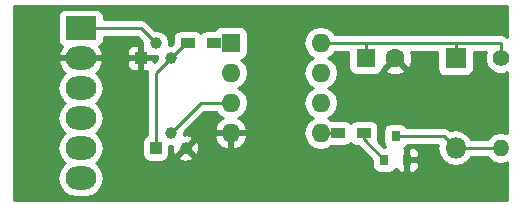
<source format=gbr>
G04 #@! TF.FileFunction,Copper,L1,Top,Signal*
%FSLAX46Y46*%
G04 Gerber Fmt 4.6, Leading zero omitted, Abs format (unit mm)*
G04 Created by KiCad (PCBNEW 4.0.7) date 11/14/17 16:47:31*
%MOMM*%
%LPD*%
G01*
G04 APERTURE LIST*
%ADD10C,0.100000*%
%ADD11R,1.600000X1.600000*%
%ADD12C,1.600000*%
%ADD13R,1.800000X1.800000*%
%ADD14O,1.800000X1.800000*%
%ADD15C,1.400000*%
%ADD16O,1.400000X1.400000*%
%ADD17R,0.800000X0.900000*%
%ADD18O,1.600000X1.600000*%
%ADD19R,1.200000X0.900000*%
%ADD20C,1.000000*%
%ADD21R,1.000000X1.000000*%
%ADD22R,2.600000X2.000000*%
%ADD23O,2.600000X2.000000*%
%ADD24C,0.250000*%
%ADD25C,0.254000*%
G04 APERTURE END LIST*
D10*
D11*
X157480000Y-91440000D03*
D12*
X159980000Y-91440000D03*
D13*
X165100000Y-91440000D03*
D14*
X165100000Y-99060000D03*
D15*
X168910000Y-91440000D03*
D16*
X168910000Y-99060000D03*
D17*
X159070000Y-100060000D03*
X160970000Y-100060000D03*
X160020000Y-98060000D03*
D11*
X146050000Y-90170000D03*
D18*
X153670000Y-97790000D03*
X146050000Y-92710000D03*
X153670000Y-95250000D03*
X146050000Y-95250000D03*
X153670000Y-92710000D03*
X146050000Y-97790000D03*
X153670000Y-90170000D03*
D19*
X157310000Y-97790000D03*
X155110000Y-97790000D03*
D20*
X140970000Y-97790000D03*
X142240000Y-99060000D03*
D21*
X139700000Y-99060000D03*
D20*
X139700000Y-90170000D03*
X140970000Y-91440000D03*
D21*
X138430000Y-91440000D03*
D19*
X144610000Y-90170000D03*
X142410000Y-90170000D03*
D22*
X133350000Y-88900000D03*
D23*
X133350000Y-91440000D03*
X133350000Y-93980000D03*
X133350000Y-96520000D03*
X133350000Y-99060000D03*
X133350000Y-101600000D03*
D24*
X140970000Y-91440000D02*
X139700000Y-92710000D01*
X139700000Y-92710000D02*
X139700000Y-99060000D01*
X142410000Y-90170000D02*
X142240000Y-90170000D01*
X142240000Y-90170000D02*
X140970000Y-91440000D01*
X165100000Y-90170000D02*
X168910000Y-90170000D01*
X168910000Y-90170000D02*
X168910000Y-91440000D01*
X157480000Y-90170000D02*
X165100000Y-90170000D01*
X165100000Y-90170000D02*
X165100000Y-91440000D01*
X153670000Y-90170000D02*
X157480000Y-90170000D01*
X157480000Y-90170000D02*
X157480000Y-91440000D01*
X165100000Y-99060000D02*
X168910000Y-99060000D01*
X160020000Y-98060000D02*
X164100000Y-98060000D01*
X164100000Y-98060000D02*
X165100000Y-99060000D01*
X157310000Y-97790000D02*
X157310000Y-98300000D01*
X157310000Y-98300000D02*
X159070000Y-100060000D01*
X139700000Y-90170000D02*
X138430000Y-88900000D01*
X138430000Y-88900000D02*
X133350000Y-88900000D01*
X146050000Y-95250000D02*
X143510000Y-95250000D01*
X143510000Y-95250000D02*
X140970000Y-97790000D01*
X153670000Y-97790000D02*
X155110000Y-97790000D01*
D25*
G36*
X169470000Y-89666421D02*
X169447401Y-89632599D01*
X169200839Y-89467852D01*
X168910000Y-89410000D01*
X154882995Y-89410000D01*
X154712811Y-89155302D01*
X154247264Y-88844233D01*
X153698113Y-88735000D01*
X153641887Y-88735000D01*
X153092736Y-88844233D01*
X152627189Y-89155302D01*
X152316120Y-89620849D01*
X152206887Y-90170000D01*
X152316120Y-90719151D01*
X152627189Y-91184698D01*
X153009275Y-91440000D01*
X152627189Y-91695302D01*
X152316120Y-92160849D01*
X152206887Y-92710000D01*
X152316120Y-93259151D01*
X152627189Y-93724698D01*
X153009275Y-93980000D01*
X152627189Y-94235302D01*
X152316120Y-94700849D01*
X152206887Y-95250000D01*
X152316120Y-95799151D01*
X152627189Y-96264698D01*
X153009275Y-96520000D01*
X152627189Y-96775302D01*
X152316120Y-97240849D01*
X152206887Y-97790000D01*
X152316120Y-98339151D01*
X152627189Y-98804698D01*
X153092736Y-99115767D01*
X153641887Y-99225000D01*
X153698113Y-99225000D01*
X154247264Y-99115767D01*
X154588979Y-98887440D01*
X155710000Y-98887440D01*
X155945317Y-98843162D01*
X156161441Y-98704090D01*
X156209134Y-98634289D01*
X156245910Y-98691441D01*
X156458110Y-98836431D01*
X156710000Y-98887440D01*
X156822638Y-98887440D01*
X158022560Y-100087362D01*
X158022560Y-100510000D01*
X158066838Y-100745317D01*
X158205910Y-100961441D01*
X158418110Y-101106431D01*
X158670000Y-101157440D01*
X159470000Y-101157440D01*
X159705317Y-101113162D01*
X159921441Y-100974090D01*
X160016990Y-100834250D01*
X160031673Y-100869698D01*
X160210301Y-101048327D01*
X160443690Y-101145000D01*
X160684250Y-101145000D01*
X160843000Y-100986250D01*
X160843000Y-100187000D01*
X161097000Y-100187000D01*
X161097000Y-100986250D01*
X161255750Y-101145000D01*
X161496310Y-101145000D01*
X161729699Y-101048327D01*
X161908327Y-100869698D01*
X162005000Y-100636309D01*
X162005000Y-100345750D01*
X161846250Y-100187000D01*
X161097000Y-100187000D01*
X160843000Y-100187000D01*
X160823000Y-100187000D01*
X160823000Y-99933000D01*
X160843000Y-99933000D01*
X160843000Y-99133750D01*
X161097000Y-99133750D01*
X161097000Y-99933000D01*
X161846250Y-99933000D01*
X162005000Y-99774250D01*
X162005000Y-99483691D01*
X161908327Y-99250302D01*
X161729699Y-99071673D01*
X161496310Y-98975000D01*
X161255750Y-98975000D01*
X161097000Y-99133750D01*
X160843000Y-99133750D01*
X160756988Y-99047738D01*
X160871441Y-98974090D01*
X160976726Y-98820000D01*
X163606757Y-98820000D01*
X163565000Y-99029928D01*
X163565000Y-99090072D01*
X163681845Y-99677491D01*
X164014591Y-100175481D01*
X164512581Y-100508227D01*
X165100000Y-100625072D01*
X165687419Y-100508227D01*
X166185409Y-100175481D01*
X166422934Y-99820000D01*
X167825600Y-99820000D01*
X167966012Y-100030142D01*
X168399118Y-100319533D01*
X168910000Y-100421154D01*
X169420882Y-100319533D01*
X169470000Y-100286714D01*
X169470000Y-103430000D01*
X127710000Y-103430000D01*
X127710000Y-93980000D01*
X131377091Y-93980000D01*
X131501548Y-94605687D01*
X131855971Y-95136120D01*
X132026405Y-95250000D01*
X131855971Y-95363880D01*
X131501548Y-95894313D01*
X131377091Y-96520000D01*
X131501548Y-97145687D01*
X131855971Y-97676120D01*
X132026405Y-97790000D01*
X131855971Y-97903880D01*
X131501548Y-98434313D01*
X131377091Y-99060000D01*
X131501548Y-99685687D01*
X131855971Y-100216120D01*
X132026405Y-100330000D01*
X131855971Y-100443880D01*
X131501548Y-100974313D01*
X131377091Y-101600000D01*
X131501548Y-102225687D01*
X131855971Y-102756120D01*
X132386404Y-103110543D01*
X133012091Y-103235000D01*
X133687909Y-103235000D01*
X134313596Y-103110543D01*
X134844029Y-102756120D01*
X135198452Y-102225687D01*
X135322909Y-101600000D01*
X135198452Y-100974313D01*
X134844029Y-100443880D01*
X134673595Y-100330000D01*
X134844029Y-100216120D01*
X135198452Y-99685687D01*
X135322909Y-99060000D01*
X135198452Y-98434313D01*
X134844029Y-97903880D01*
X134673595Y-97790000D01*
X134844029Y-97676120D01*
X135198452Y-97145687D01*
X135322909Y-96520000D01*
X135198452Y-95894313D01*
X134844029Y-95363880D01*
X134673595Y-95250000D01*
X134844029Y-95136120D01*
X135198452Y-94605687D01*
X135322909Y-93980000D01*
X135198452Y-93354313D01*
X134844029Y-92823880D01*
X134653812Y-92696781D01*
X134895922Y-92506317D01*
X135209144Y-91948355D01*
X135240124Y-91820434D01*
X135195536Y-91725750D01*
X137295000Y-91725750D01*
X137295000Y-92066309D01*
X137391673Y-92299698D01*
X137570301Y-92478327D01*
X137803690Y-92575000D01*
X138144250Y-92575000D01*
X138303000Y-92416250D01*
X138303000Y-91567000D01*
X137453750Y-91567000D01*
X137295000Y-91725750D01*
X135195536Y-91725750D01*
X135120777Y-91567000D01*
X133477000Y-91567000D01*
X133477000Y-91587000D01*
X133223000Y-91587000D01*
X133223000Y-91567000D01*
X131579223Y-91567000D01*
X131459876Y-91820434D01*
X131490856Y-91948355D01*
X131804078Y-92506317D01*
X132046188Y-92696781D01*
X131855971Y-92823880D01*
X131501548Y-93354313D01*
X131377091Y-93980000D01*
X127710000Y-93980000D01*
X127710000Y-87900000D01*
X131402560Y-87900000D01*
X131402560Y-89900000D01*
X131446838Y-90135317D01*
X131585910Y-90351441D01*
X131752620Y-90465349D01*
X131490856Y-90931645D01*
X131459876Y-91059566D01*
X131579223Y-91313000D01*
X133223000Y-91313000D01*
X133223000Y-91293000D01*
X133477000Y-91293000D01*
X133477000Y-91313000D01*
X135120777Y-91313000D01*
X135240124Y-91059566D01*
X135209144Y-90931645D01*
X135142929Y-90813691D01*
X137295000Y-90813691D01*
X137295000Y-91154250D01*
X137453750Y-91313000D01*
X138303000Y-91313000D01*
X138303000Y-90463750D01*
X138144250Y-90305000D01*
X137803690Y-90305000D01*
X137570301Y-90401673D01*
X137391673Y-90580302D01*
X137295000Y-90813691D01*
X135142929Y-90813691D01*
X134946505Y-90463789D01*
X135101441Y-90364090D01*
X135246431Y-90151890D01*
X135297440Y-89900000D01*
X135297440Y-89660000D01*
X138115198Y-89660000D01*
X138565052Y-90109854D01*
X138564803Y-90394775D01*
X138582689Y-90438061D01*
X138557000Y-90463750D01*
X138557000Y-91313000D01*
X139406250Y-91313000D01*
X139431698Y-91287552D01*
X139473244Y-91304803D01*
X139835117Y-91305119D01*
X139834947Y-91500251D01*
X139565000Y-91770198D01*
X139565000Y-91725750D01*
X139406250Y-91567000D01*
X138557000Y-91567000D01*
X138557000Y-92416250D01*
X138715750Y-92575000D01*
X138966853Y-92575000D01*
X138940000Y-92710000D01*
X138940000Y-97972721D01*
X138748559Y-98095910D01*
X138603569Y-98308110D01*
X138552560Y-98560000D01*
X138552560Y-99560000D01*
X138596838Y-99795317D01*
X138735910Y-100011441D01*
X138948110Y-100156431D01*
X139200000Y-100207440D01*
X140200000Y-100207440D01*
X140435317Y-100163162D01*
X140651441Y-100024090D01*
X140770320Y-99850104D01*
X141629501Y-99850104D01*
X141666648Y-100065217D01*
X142094972Y-100208112D01*
X142545375Y-100176217D01*
X142813352Y-100065217D01*
X142850499Y-99850104D01*
X142240000Y-99239605D01*
X141629501Y-99850104D01*
X140770320Y-99850104D01*
X140796431Y-99811890D01*
X140847440Y-99560000D01*
X140847440Y-98924894D01*
X141092606Y-98925108D01*
X141123783Y-99365375D01*
X141234783Y-99633352D01*
X141449896Y-99670499D01*
X142060395Y-99060000D01*
X142419605Y-99060000D01*
X143030104Y-99670499D01*
X143245217Y-99633352D01*
X143388112Y-99205028D01*
X143356217Y-98754625D01*
X143245217Y-98486648D01*
X143030104Y-98449501D01*
X142419605Y-99060000D01*
X142060395Y-99060000D01*
X142046253Y-99045858D01*
X142225858Y-98866253D01*
X142240000Y-98880395D01*
X142850499Y-98269896D01*
X142827902Y-98139039D01*
X144658096Y-98139039D01*
X144818959Y-98527423D01*
X145194866Y-98942389D01*
X145700959Y-99181914D01*
X145923000Y-99060629D01*
X145923000Y-97917000D01*
X146177000Y-97917000D01*
X146177000Y-99060629D01*
X146399041Y-99181914D01*
X146905134Y-98942389D01*
X147281041Y-98527423D01*
X147441904Y-98139039D01*
X147319915Y-97917000D01*
X146177000Y-97917000D01*
X145923000Y-97917000D01*
X144780085Y-97917000D01*
X144658096Y-98139039D01*
X142827902Y-98139039D01*
X142813352Y-98054783D01*
X142385028Y-97911888D01*
X142104877Y-97931727D01*
X142105053Y-97729749D01*
X143824802Y-96010000D01*
X144837005Y-96010000D01*
X145007189Y-96264698D01*
X145411703Y-96534986D01*
X145194866Y-96637611D01*
X144818959Y-97052577D01*
X144658096Y-97440961D01*
X144780085Y-97663000D01*
X145923000Y-97663000D01*
X145923000Y-97643000D01*
X146177000Y-97643000D01*
X146177000Y-97663000D01*
X147319915Y-97663000D01*
X147441904Y-97440961D01*
X147281041Y-97052577D01*
X146905134Y-96637611D01*
X146688297Y-96534986D01*
X147092811Y-96264698D01*
X147403880Y-95799151D01*
X147513113Y-95250000D01*
X147403880Y-94700849D01*
X147092811Y-94235302D01*
X146710725Y-93980000D01*
X147092811Y-93724698D01*
X147403880Y-93259151D01*
X147513113Y-92710000D01*
X147403880Y-92160849D01*
X147092811Y-91695302D01*
X146948535Y-91598899D01*
X147085317Y-91573162D01*
X147301441Y-91434090D01*
X147446431Y-91221890D01*
X147497440Y-90970000D01*
X147497440Y-89370000D01*
X147453162Y-89134683D01*
X147314090Y-88918559D01*
X147101890Y-88773569D01*
X146850000Y-88722560D01*
X145250000Y-88722560D01*
X145014683Y-88766838D01*
X144798559Y-88905910D01*
X144684692Y-89072560D01*
X144010000Y-89072560D01*
X143774683Y-89116838D01*
X143558559Y-89255910D01*
X143510866Y-89325711D01*
X143474090Y-89268559D01*
X143261890Y-89123569D01*
X143010000Y-89072560D01*
X141810000Y-89072560D01*
X141574683Y-89116838D01*
X141358559Y-89255910D01*
X141213569Y-89468110D01*
X141162560Y-89720000D01*
X141162560Y-90172638D01*
X141030146Y-90305052D01*
X140834883Y-90304881D01*
X140835197Y-89945225D01*
X140662767Y-89527914D01*
X140343765Y-89208355D01*
X139926756Y-89035197D01*
X139639749Y-89034947D01*
X138967401Y-88362599D01*
X138720839Y-88197852D01*
X138430000Y-88140000D01*
X135297440Y-88140000D01*
X135297440Y-87900000D01*
X135253162Y-87664683D01*
X135114090Y-87448559D01*
X134901890Y-87303569D01*
X134650000Y-87252560D01*
X132050000Y-87252560D01*
X131814683Y-87296838D01*
X131598559Y-87435910D01*
X131453569Y-87648110D01*
X131402560Y-87900000D01*
X127710000Y-87900000D01*
X127710000Y-87070000D01*
X169470000Y-87070000D01*
X169470000Y-89666421D01*
X169470000Y-89666421D01*
G37*
X169470000Y-89666421D02*
X169447401Y-89632599D01*
X169200839Y-89467852D01*
X168910000Y-89410000D01*
X154882995Y-89410000D01*
X154712811Y-89155302D01*
X154247264Y-88844233D01*
X153698113Y-88735000D01*
X153641887Y-88735000D01*
X153092736Y-88844233D01*
X152627189Y-89155302D01*
X152316120Y-89620849D01*
X152206887Y-90170000D01*
X152316120Y-90719151D01*
X152627189Y-91184698D01*
X153009275Y-91440000D01*
X152627189Y-91695302D01*
X152316120Y-92160849D01*
X152206887Y-92710000D01*
X152316120Y-93259151D01*
X152627189Y-93724698D01*
X153009275Y-93980000D01*
X152627189Y-94235302D01*
X152316120Y-94700849D01*
X152206887Y-95250000D01*
X152316120Y-95799151D01*
X152627189Y-96264698D01*
X153009275Y-96520000D01*
X152627189Y-96775302D01*
X152316120Y-97240849D01*
X152206887Y-97790000D01*
X152316120Y-98339151D01*
X152627189Y-98804698D01*
X153092736Y-99115767D01*
X153641887Y-99225000D01*
X153698113Y-99225000D01*
X154247264Y-99115767D01*
X154588979Y-98887440D01*
X155710000Y-98887440D01*
X155945317Y-98843162D01*
X156161441Y-98704090D01*
X156209134Y-98634289D01*
X156245910Y-98691441D01*
X156458110Y-98836431D01*
X156710000Y-98887440D01*
X156822638Y-98887440D01*
X158022560Y-100087362D01*
X158022560Y-100510000D01*
X158066838Y-100745317D01*
X158205910Y-100961441D01*
X158418110Y-101106431D01*
X158670000Y-101157440D01*
X159470000Y-101157440D01*
X159705317Y-101113162D01*
X159921441Y-100974090D01*
X160016990Y-100834250D01*
X160031673Y-100869698D01*
X160210301Y-101048327D01*
X160443690Y-101145000D01*
X160684250Y-101145000D01*
X160843000Y-100986250D01*
X160843000Y-100187000D01*
X161097000Y-100187000D01*
X161097000Y-100986250D01*
X161255750Y-101145000D01*
X161496310Y-101145000D01*
X161729699Y-101048327D01*
X161908327Y-100869698D01*
X162005000Y-100636309D01*
X162005000Y-100345750D01*
X161846250Y-100187000D01*
X161097000Y-100187000D01*
X160843000Y-100187000D01*
X160823000Y-100187000D01*
X160823000Y-99933000D01*
X160843000Y-99933000D01*
X160843000Y-99133750D01*
X161097000Y-99133750D01*
X161097000Y-99933000D01*
X161846250Y-99933000D01*
X162005000Y-99774250D01*
X162005000Y-99483691D01*
X161908327Y-99250302D01*
X161729699Y-99071673D01*
X161496310Y-98975000D01*
X161255750Y-98975000D01*
X161097000Y-99133750D01*
X160843000Y-99133750D01*
X160756988Y-99047738D01*
X160871441Y-98974090D01*
X160976726Y-98820000D01*
X163606757Y-98820000D01*
X163565000Y-99029928D01*
X163565000Y-99090072D01*
X163681845Y-99677491D01*
X164014591Y-100175481D01*
X164512581Y-100508227D01*
X165100000Y-100625072D01*
X165687419Y-100508227D01*
X166185409Y-100175481D01*
X166422934Y-99820000D01*
X167825600Y-99820000D01*
X167966012Y-100030142D01*
X168399118Y-100319533D01*
X168910000Y-100421154D01*
X169420882Y-100319533D01*
X169470000Y-100286714D01*
X169470000Y-103430000D01*
X127710000Y-103430000D01*
X127710000Y-93980000D01*
X131377091Y-93980000D01*
X131501548Y-94605687D01*
X131855971Y-95136120D01*
X132026405Y-95250000D01*
X131855971Y-95363880D01*
X131501548Y-95894313D01*
X131377091Y-96520000D01*
X131501548Y-97145687D01*
X131855971Y-97676120D01*
X132026405Y-97790000D01*
X131855971Y-97903880D01*
X131501548Y-98434313D01*
X131377091Y-99060000D01*
X131501548Y-99685687D01*
X131855971Y-100216120D01*
X132026405Y-100330000D01*
X131855971Y-100443880D01*
X131501548Y-100974313D01*
X131377091Y-101600000D01*
X131501548Y-102225687D01*
X131855971Y-102756120D01*
X132386404Y-103110543D01*
X133012091Y-103235000D01*
X133687909Y-103235000D01*
X134313596Y-103110543D01*
X134844029Y-102756120D01*
X135198452Y-102225687D01*
X135322909Y-101600000D01*
X135198452Y-100974313D01*
X134844029Y-100443880D01*
X134673595Y-100330000D01*
X134844029Y-100216120D01*
X135198452Y-99685687D01*
X135322909Y-99060000D01*
X135198452Y-98434313D01*
X134844029Y-97903880D01*
X134673595Y-97790000D01*
X134844029Y-97676120D01*
X135198452Y-97145687D01*
X135322909Y-96520000D01*
X135198452Y-95894313D01*
X134844029Y-95363880D01*
X134673595Y-95250000D01*
X134844029Y-95136120D01*
X135198452Y-94605687D01*
X135322909Y-93980000D01*
X135198452Y-93354313D01*
X134844029Y-92823880D01*
X134653812Y-92696781D01*
X134895922Y-92506317D01*
X135209144Y-91948355D01*
X135240124Y-91820434D01*
X135195536Y-91725750D01*
X137295000Y-91725750D01*
X137295000Y-92066309D01*
X137391673Y-92299698D01*
X137570301Y-92478327D01*
X137803690Y-92575000D01*
X138144250Y-92575000D01*
X138303000Y-92416250D01*
X138303000Y-91567000D01*
X137453750Y-91567000D01*
X137295000Y-91725750D01*
X135195536Y-91725750D01*
X135120777Y-91567000D01*
X133477000Y-91567000D01*
X133477000Y-91587000D01*
X133223000Y-91587000D01*
X133223000Y-91567000D01*
X131579223Y-91567000D01*
X131459876Y-91820434D01*
X131490856Y-91948355D01*
X131804078Y-92506317D01*
X132046188Y-92696781D01*
X131855971Y-92823880D01*
X131501548Y-93354313D01*
X131377091Y-93980000D01*
X127710000Y-93980000D01*
X127710000Y-87900000D01*
X131402560Y-87900000D01*
X131402560Y-89900000D01*
X131446838Y-90135317D01*
X131585910Y-90351441D01*
X131752620Y-90465349D01*
X131490856Y-90931645D01*
X131459876Y-91059566D01*
X131579223Y-91313000D01*
X133223000Y-91313000D01*
X133223000Y-91293000D01*
X133477000Y-91293000D01*
X133477000Y-91313000D01*
X135120777Y-91313000D01*
X135240124Y-91059566D01*
X135209144Y-90931645D01*
X135142929Y-90813691D01*
X137295000Y-90813691D01*
X137295000Y-91154250D01*
X137453750Y-91313000D01*
X138303000Y-91313000D01*
X138303000Y-90463750D01*
X138144250Y-90305000D01*
X137803690Y-90305000D01*
X137570301Y-90401673D01*
X137391673Y-90580302D01*
X137295000Y-90813691D01*
X135142929Y-90813691D01*
X134946505Y-90463789D01*
X135101441Y-90364090D01*
X135246431Y-90151890D01*
X135297440Y-89900000D01*
X135297440Y-89660000D01*
X138115198Y-89660000D01*
X138565052Y-90109854D01*
X138564803Y-90394775D01*
X138582689Y-90438061D01*
X138557000Y-90463750D01*
X138557000Y-91313000D01*
X139406250Y-91313000D01*
X139431698Y-91287552D01*
X139473244Y-91304803D01*
X139835117Y-91305119D01*
X139834947Y-91500251D01*
X139565000Y-91770198D01*
X139565000Y-91725750D01*
X139406250Y-91567000D01*
X138557000Y-91567000D01*
X138557000Y-92416250D01*
X138715750Y-92575000D01*
X138966853Y-92575000D01*
X138940000Y-92710000D01*
X138940000Y-97972721D01*
X138748559Y-98095910D01*
X138603569Y-98308110D01*
X138552560Y-98560000D01*
X138552560Y-99560000D01*
X138596838Y-99795317D01*
X138735910Y-100011441D01*
X138948110Y-100156431D01*
X139200000Y-100207440D01*
X140200000Y-100207440D01*
X140435317Y-100163162D01*
X140651441Y-100024090D01*
X140770320Y-99850104D01*
X141629501Y-99850104D01*
X141666648Y-100065217D01*
X142094972Y-100208112D01*
X142545375Y-100176217D01*
X142813352Y-100065217D01*
X142850499Y-99850104D01*
X142240000Y-99239605D01*
X141629501Y-99850104D01*
X140770320Y-99850104D01*
X140796431Y-99811890D01*
X140847440Y-99560000D01*
X140847440Y-98924894D01*
X141092606Y-98925108D01*
X141123783Y-99365375D01*
X141234783Y-99633352D01*
X141449896Y-99670499D01*
X142060395Y-99060000D01*
X142419605Y-99060000D01*
X143030104Y-99670499D01*
X143245217Y-99633352D01*
X143388112Y-99205028D01*
X143356217Y-98754625D01*
X143245217Y-98486648D01*
X143030104Y-98449501D01*
X142419605Y-99060000D01*
X142060395Y-99060000D01*
X142046253Y-99045858D01*
X142225858Y-98866253D01*
X142240000Y-98880395D01*
X142850499Y-98269896D01*
X142827902Y-98139039D01*
X144658096Y-98139039D01*
X144818959Y-98527423D01*
X145194866Y-98942389D01*
X145700959Y-99181914D01*
X145923000Y-99060629D01*
X145923000Y-97917000D01*
X146177000Y-97917000D01*
X146177000Y-99060629D01*
X146399041Y-99181914D01*
X146905134Y-98942389D01*
X147281041Y-98527423D01*
X147441904Y-98139039D01*
X147319915Y-97917000D01*
X146177000Y-97917000D01*
X145923000Y-97917000D01*
X144780085Y-97917000D01*
X144658096Y-98139039D01*
X142827902Y-98139039D01*
X142813352Y-98054783D01*
X142385028Y-97911888D01*
X142104877Y-97931727D01*
X142105053Y-97729749D01*
X143824802Y-96010000D01*
X144837005Y-96010000D01*
X145007189Y-96264698D01*
X145411703Y-96534986D01*
X145194866Y-96637611D01*
X144818959Y-97052577D01*
X144658096Y-97440961D01*
X144780085Y-97663000D01*
X145923000Y-97663000D01*
X145923000Y-97643000D01*
X146177000Y-97643000D01*
X146177000Y-97663000D01*
X147319915Y-97663000D01*
X147441904Y-97440961D01*
X147281041Y-97052577D01*
X146905134Y-96637611D01*
X146688297Y-96534986D01*
X147092811Y-96264698D01*
X147403880Y-95799151D01*
X147513113Y-95250000D01*
X147403880Y-94700849D01*
X147092811Y-94235302D01*
X146710725Y-93980000D01*
X147092811Y-93724698D01*
X147403880Y-93259151D01*
X147513113Y-92710000D01*
X147403880Y-92160849D01*
X147092811Y-91695302D01*
X146948535Y-91598899D01*
X147085317Y-91573162D01*
X147301441Y-91434090D01*
X147446431Y-91221890D01*
X147497440Y-90970000D01*
X147497440Y-89370000D01*
X147453162Y-89134683D01*
X147314090Y-88918559D01*
X147101890Y-88773569D01*
X146850000Y-88722560D01*
X145250000Y-88722560D01*
X145014683Y-88766838D01*
X144798559Y-88905910D01*
X144684692Y-89072560D01*
X144010000Y-89072560D01*
X143774683Y-89116838D01*
X143558559Y-89255910D01*
X143510866Y-89325711D01*
X143474090Y-89268559D01*
X143261890Y-89123569D01*
X143010000Y-89072560D01*
X141810000Y-89072560D01*
X141574683Y-89116838D01*
X141358559Y-89255910D01*
X141213569Y-89468110D01*
X141162560Y-89720000D01*
X141162560Y-90172638D01*
X141030146Y-90305052D01*
X140834883Y-90304881D01*
X140835197Y-89945225D01*
X140662767Y-89527914D01*
X140343765Y-89208355D01*
X139926756Y-89035197D01*
X139639749Y-89034947D01*
X138967401Y-88362599D01*
X138720839Y-88197852D01*
X138430000Y-88140000D01*
X135297440Y-88140000D01*
X135297440Y-87900000D01*
X135253162Y-87664683D01*
X135114090Y-87448559D01*
X134901890Y-87303569D01*
X134650000Y-87252560D01*
X132050000Y-87252560D01*
X131814683Y-87296838D01*
X131598559Y-87435910D01*
X131453569Y-87648110D01*
X131402560Y-87900000D01*
X127710000Y-87900000D01*
X127710000Y-87070000D01*
X169470000Y-87070000D01*
X169470000Y-89666421D01*
G36*
X156032560Y-92240000D02*
X156076838Y-92475317D01*
X156215910Y-92691441D01*
X156428110Y-92836431D01*
X156680000Y-92887440D01*
X158280000Y-92887440D01*
X158515317Y-92843162D01*
X158731441Y-92704090D01*
X158876431Y-92491890D01*
X158885370Y-92447745D01*
X159151861Y-92447745D01*
X159225995Y-92693864D01*
X159763223Y-92886965D01*
X160333454Y-92859778D01*
X160734005Y-92693864D01*
X160808139Y-92447745D01*
X159980000Y-91619605D01*
X159151861Y-92447745D01*
X158885370Y-92447745D01*
X158924646Y-92253799D01*
X158972255Y-92268139D01*
X159800395Y-91440000D01*
X159786252Y-91425858D01*
X159965858Y-91246253D01*
X159980000Y-91260395D01*
X159994143Y-91246253D01*
X160173748Y-91425858D01*
X160159605Y-91440000D01*
X160987745Y-92268139D01*
X161233864Y-92194005D01*
X161426965Y-91656777D01*
X161399778Y-91086546D01*
X161334934Y-90930000D01*
X163552560Y-90930000D01*
X163552560Y-92340000D01*
X163596838Y-92575317D01*
X163735910Y-92791441D01*
X163948110Y-92936431D01*
X164200000Y-92987440D01*
X166000000Y-92987440D01*
X166235317Y-92943162D01*
X166451441Y-92804090D01*
X166596431Y-92591890D01*
X166647440Y-92340000D01*
X166647440Y-90930000D01*
X167676254Y-90930000D01*
X167575232Y-91173287D01*
X167574769Y-91704383D01*
X167777582Y-92195229D01*
X168152796Y-92571098D01*
X168643287Y-92774768D01*
X169174383Y-92775231D01*
X169470000Y-92653085D01*
X169470000Y-97833286D01*
X169420882Y-97800467D01*
X168910000Y-97698846D01*
X168399118Y-97800467D01*
X167966012Y-98089858D01*
X167825600Y-98300000D01*
X166422934Y-98300000D01*
X166185409Y-97944519D01*
X165687419Y-97611773D01*
X165100000Y-97494928D01*
X164691071Y-97576269D01*
X164637401Y-97522599D01*
X164390839Y-97357852D01*
X164100000Y-97300000D01*
X160975105Y-97300000D01*
X160884090Y-97158559D01*
X160671890Y-97013569D01*
X160420000Y-96962560D01*
X159620000Y-96962560D01*
X159384683Y-97006838D01*
X159168559Y-97145910D01*
X159023569Y-97358110D01*
X158972560Y-97610000D01*
X158972560Y-98510000D01*
X159016838Y-98745317D01*
X159155910Y-98961441D01*
X159157548Y-98962560D01*
X159047362Y-98962560D01*
X158518263Y-98433461D01*
X158557440Y-98240000D01*
X158557440Y-97340000D01*
X158513162Y-97104683D01*
X158374090Y-96888559D01*
X158161890Y-96743569D01*
X157910000Y-96692560D01*
X156710000Y-96692560D01*
X156474683Y-96736838D01*
X156258559Y-96875910D01*
X156210866Y-96945711D01*
X156174090Y-96888559D01*
X155961890Y-96743569D01*
X155710000Y-96692560D01*
X154588979Y-96692560D01*
X154330725Y-96520000D01*
X154712811Y-96264698D01*
X155023880Y-95799151D01*
X155133113Y-95250000D01*
X155023880Y-94700849D01*
X154712811Y-94235302D01*
X154330725Y-93980000D01*
X154712811Y-93724698D01*
X155023880Y-93259151D01*
X155133113Y-92710000D01*
X155023880Y-92160849D01*
X154712811Y-91695302D01*
X154330725Y-91440000D01*
X154712811Y-91184698D01*
X154882995Y-90930000D01*
X156032560Y-90930000D01*
X156032560Y-92240000D01*
X156032560Y-92240000D01*
G37*
X156032560Y-92240000D02*
X156076838Y-92475317D01*
X156215910Y-92691441D01*
X156428110Y-92836431D01*
X156680000Y-92887440D01*
X158280000Y-92887440D01*
X158515317Y-92843162D01*
X158731441Y-92704090D01*
X158876431Y-92491890D01*
X158885370Y-92447745D01*
X159151861Y-92447745D01*
X159225995Y-92693864D01*
X159763223Y-92886965D01*
X160333454Y-92859778D01*
X160734005Y-92693864D01*
X160808139Y-92447745D01*
X159980000Y-91619605D01*
X159151861Y-92447745D01*
X158885370Y-92447745D01*
X158924646Y-92253799D01*
X158972255Y-92268139D01*
X159800395Y-91440000D01*
X159786252Y-91425858D01*
X159965858Y-91246253D01*
X159980000Y-91260395D01*
X159994143Y-91246253D01*
X160173748Y-91425858D01*
X160159605Y-91440000D01*
X160987745Y-92268139D01*
X161233864Y-92194005D01*
X161426965Y-91656777D01*
X161399778Y-91086546D01*
X161334934Y-90930000D01*
X163552560Y-90930000D01*
X163552560Y-92340000D01*
X163596838Y-92575317D01*
X163735910Y-92791441D01*
X163948110Y-92936431D01*
X164200000Y-92987440D01*
X166000000Y-92987440D01*
X166235317Y-92943162D01*
X166451441Y-92804090D01*
X166596431Y-92591890D01*
X166647440Y-92340000D01*
X166647440Y-90930000D01*
X167676254Y-90930000D01*
X167575232Y-91173287D01*
X167574769Y-91704383D01*
X167777582Y-92195229D01*
X168152796Y-92571098D01*
X168643287Y-92774768D01*
X169174383Y-92775231D01*
X169470000Y-92653085D01*
X169470000Y-97833286D01*
X169420882Y-97800467D01*
X168910000Y-97698846D01*
X168399118Y-97800467D01*
X167966012Y-98089858D01*
X167825600Y-98300000D01*
X166422934Y-98300000D01*
X166185409Y-97944519D01*
X165687419Y-97611773D01*
X165100000Y-97494928D01*
X164691071Y-97576269D01*
X164637401Y-97522599D01*
X164390839Y-97357852D01*
X164100000Y-97300000D01*
X160975105Y-97300000D01*
X160884090Y-97158559D01*
X160671890Y-97013569D01*
X160420000Y-96962560D01*
X159620000Y-96962560D01*
X159384683Y-97006838D01*
X159168559Y-97145910D01*
X159023569Y-97358110D01*
X158972560Y-97610000D01*
X158972560Y-98510000D01*
X159016838Y-98745317D01*
X159155910Y-98961441D01*
X159157548Y-98962560D01*
X159047362Y-98962560D01*
X158518263Y-98433461D01*
X158557440Y-98240000D01*
X158557440Y-97340000D01*
X158513162Y-97104683D01*
X158374090Y-96888559D01*
X158161890Y-96743569D01*
X157910000Y-96692560D01*
X156710000Y-96692560D01*
X156474683Y-96736838D01*
X156258559Y-96875910D01*
X156210866Y-96945711D01*
X156174090Y-96888559D01*
X155961890Y-96743569D01*
X155710000Y-96692560D01*
X154588979Y-96692560D01*
X154330725Y-96520000D01*
X154712811Y-96264698D01*
X155023880Y-95799151D01*
X155133113Y-95250000D01*
X155023880Y-94700849D01*
X154712811Y-94235302D01*
X154330725Y-93980000D01*
X154712811Y-93724698D01*
X155023880Y-93259151D01*
X155133113Y-92710000D01*
X155023880Y-92160849D01*
X154712811Y-91695302D01*
X154330725Y-91440000D01*
X154712811Y-91184698D01*
X154882995Y-90930000D01*
X156032560Y-90930000D01*
X156032560Y-92240000D01*
M02*

</source>
